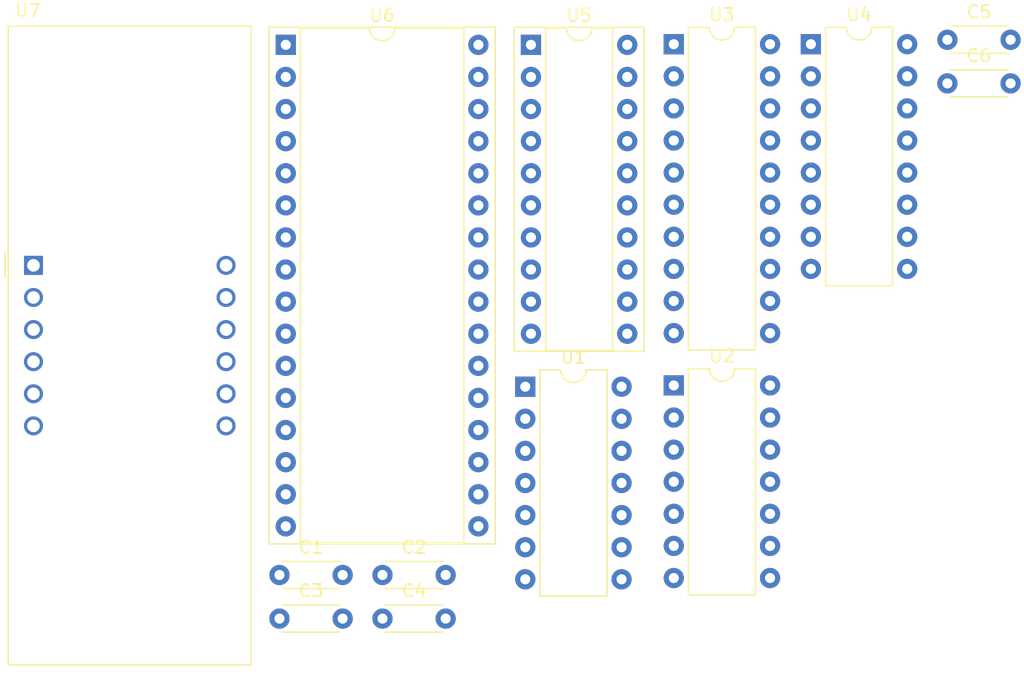
<source format=kicad_pcb>
(kicad_pcb (version 20171130) (host pcbnew "(5.1.0-0)")

  (general
    (thickness 1.6)
    (drawings 0)
    (tracks 0)
    (zones 0)
    (modules 13)
    (nets 61)
  )

  (page A4)
  (layers
    (0 F.Cu signal)
    (31 B.Cu signal)
    (32 B.Adhes user)
    (33 F.Adhes user)
    (34 B.Paste user)
    (35 F.Paste user)
    (36 B.SilkS user)
    (37 F.SilkS user)
    (38 B.Mask user)
    (39 F.Mask user)
    (40 Dwgs.User user)
    (41 Cmts.User user)
    (42 Eco1.User user)
    (43 Eco2.User user)
    (44 Edge.Cuts user)
    (45 Margin user)
    (46 B.CrtYd user)
    (47 F.CrtYd user)
    (48 B.Fab user)
    (49 F.Fab user)
  )

  (setup
    (last_trace_width 0.25)
    (trace_clearance 0.2)
    (zone_clearance 0.508)
    (zone_45_only no)
    (trace_min 0.2)
    (via_size 0.8)
    (via_drill 0.4)
    (via_min_size 0.4)
    (via_min_drill 0.3)
    (uvia_size 0.3)
    (uvia_drill 0.1)
    (uvias_allowed no)
    (uvia_min_size 0.2)
    (uvia_min_drill 0.1)
    (edge_width 0.05)
    (segment_width 0.2)
    (pcb_text_width 0.3)
    (pcb_text_size 1.5 1.5)
    (mod_edge_width 0.12)
    (mod_text_size 1 1)
    (mod_text_width 0.15)
    (pad_size 1.524 1.524)
    (pad_drill 0.762)
    (pad_to_mask_clearance 0.051)
    (solder_mask_min_width 0.25)
    (aux_axis_origin 0 0)
    (visible_elements FFFFFF7F)
    (pcbplotparams
      (layerselection 0x010fc_ffffffff)
      (usegerberextensions false)
      (usegerberattributes false)
      (usegerberadvancedattributes false)
      (creategerberjobfile false)
      (excludeedgelayer true)
      (linewidth 0.100000)
      (plotframeref false)
      (viasonmask false)
      (mode 1)
      (useauxorigin false)
      (hpglpennumber 1)
      (hpglpenspeed 20)
      (hpglpendiameter 15.000000)
      (psnegative false)
      (psa4output false)
      (plotreference true)
      (plotvalue true)
      (plotinvisibletext false)
      (padsonsilk false)
      (subtractmaskfromsilk false)
      (outputformat 1)
      (mirror false)
      (drillshape 1)
      (scaleselection 1)
      (outputdirectory ""))
  )

  (net 0 "")
  (net 1 GND)
  (net 2 VCC)
  (net 3 "Net-(U1-Pad13)")
  (net 4 "Net-(U1-Pad12)")
  (net 5 "Net-(U1-Pad11)")
  (net 6 "Net-(U1-Pad4)")
  (net 7 "Net-(U1-Pad10)")
  (net 8 "Net-(U1-Pad3)")
  (net 9 "Net-(U1-Pad9)")
  (net 10 "Net-(U1-Pad8)")
  (net 11 FixedRateClock)
  (net 12 "Net-(U2-Pad13)")
  (net 13 "Net-(U2-Pad6)")
  (net 14 "Net-(U2-Pad12)")
  (net 15 ~MO)
  (net 16 "Net-(U2-Pad11)")
  (net 17 DeviceSelect1)
  (net 18 "Net-(U2-Pad10)")
  (net 19 "Net-(U2-Pad3)")
  (net 20 "Net-(U2-Pad9)")
  (net 21 "Net-(U2-Pad8)")
  (net 22 ~MI)
  (net 23 /Out7)
  (net 24 /Out3)
  (net 25 DataBus7)
  (net 26 DataBus3)
  (net 27 DataBus6)
  (net 28 DataBus2)
  (net 29 /Out6)
  (net 30 /Out2)
  (net 31 /Out5)
  (net 32 /Out1)
  (net 33 DataBus5)
  (net 34 DataBus1)
  (net 35 DataBus4)
  (net 36 DataBus0)
  (net 37 /Out4)
  (net 38 /Out0)
  (net 39 RegisterClock)
  (net 40 "Net-(U4-Pad15)")
  (net 41 "Net-(U4-Pad7)")
  (net 42 "Net-(U4-Pad14)")
  (net 43 "Net-(U4-Pad6)")
  (net 44 "Net-(U4-Pad13)")
  (net 45 "Net-(U4-Pad5)")
  (net 46 "Net-(U4-Pad12)")
  (net 47 "Net-(U4-Pad4)")
  (net 48 "Net-(U4-Pad11)")
  (net 49 "Net-(U4-Pad10)")
  (net 50 "Net-(U4-Pad9)")
  (net 51 "Net-(U6-Pad15)")
  (net 52 "Net-(U6-Pad30)")
  (net 53 "Net-(U6-Pad14)")
  (net 54 "Net-(U6-Pad13)")
  (net 55 "Net-(U6-Pad21)")
  (net 56 "Net-(U6-Pad20)")
  (net 57 "Net-(U6-Pad19)")
  (net 58 "Net-(U6-Pad18)")
  (net 59 "Net-(U6-Pad17)")
  (net 60 "Net-(U6-Pad1)")

  (net_class Default "This is the default net class."
    (clearance 0.2)
    (trace_width 0.25)
    (via_dia 0.8)
    (via_drill 0.4)
    (uvia_dia 0.3)
    (uvia_drill 0.1)
    (add_net /Out0)
    (add_net /Out1)
    (add_net /Out2)
    (add_net /Out3)
    (add_net /Out4)
    (add_net /Out5)
    (add_net /Out6)
    (add_net /Out7)
    (add_net DataBus0)
    (add_net DataBus1)
    (add_net DataBus2)
    (add_net DataBus3)
    (add_net DataBus4)
    (add_net DataBus5)
    (add_net DataBus6)
    (add_net DataBus7)
    (add_net DeviceSelect1)
    (add_net FixedRateClock)
    (add_net GND)
    (add_net "Net-(U1-Pad10)")
    (add_net "Net-(U1-Pad11)")
    (add_net "Net-(U1-Pad12)")
    (add_net "Net-(U1-Pad13)")
    (add_net "Net-(U1-Pad3)")
    (add_net "Net-(U1-Pad4)")
    (add_net "Net-(U1-Pad8)")
    (add_net "Net-(U1-Pad9)")
    (add_net "Net-(U2-Pad10)")
    (add_net "Net-(U2-Pad11)")
    (add_net "Net-(U2-Pad12)")
    (add_net "Net-(U2-Pad13)")
    (add_net "Net-(U2-Pad3)")
    (add_net "Net-(U2-Pad6)")
    (add_net "Net-(U2-Pad8)")
    (add_net "Net-(U2-Pad9)")
    (add_net "Net-(U4-Pad10)")
    (add_net "Net-(U4-Pad11)")
    (add_net "Net-(U4-Pad12)")
    (add_net "Net-(U4-Pad13)")
    (add_net "Net-(U4-Pad14)")
    (add_net "Net-(U4-Pad15)")
    (add_net "Net-(U4-Pad4)")
    (add_net "Net-(U4-Pad5)")
    (add_net "Net-(U4-Pad6)")
    (add_net "Net-(U4-Pad7)")
    (add_net "Net-(U4-Pad9)")
    (add_net "Net-(U6-Pad1)")
    (add_net "Net-(U6-Pad13)")
    (add_net "Net-(U6-Pad14)")
    (add_net "Net-(U6-Pad15)")
    (add_net "Net-(U6-Pad17)")
    (add_net "Net-(U6-Pad18)")
    (add_net "Net-(U6-Pad19)")
    (add_net "Net-(U6-Pad20)")
    (add_net "Net-(U6-Pad21)")
    (add_net "Net-(U6-Pad30)")
    (add_net RegisterClock)
    (add_net VCC)
    (add_net ~MI)
    (add_net ~MO)
  )

  (module Display_7Segment:CA56-12CGKWA (layer F.Cu) (tedit 5A02FE84) (tstamp 5D958ABE)
    (at 115.282 82.18)
    (descr "4 digit 7 segment green LED, http://www.kingbright.com/attachments/file/psearch/000/00/00/CA56-12CGKWA(Ver.9A).pdf")
    (tags "4 digit 7 segment green LED")
    (path /5D2A69C6)
    (fp_text reference U7 (at -0.44 -20.15) (layer F.SilkS)
      (effects (font (size 1 1) (thickness 0.15)))
    )
    (fp_text value CC56-12CGKWA (at 3.5 32.92) (layer F.Fab)
      (effects (font (size 1 1) (thickness 0.15)))
    )
    (fp_text user %R (at 8.128 6.604) (layer F.Fab)
      (effects (font (size 1 1) (thickness 0.15)))
    )
    (fp_line (start -1.88 1) (end -1.88 31.5) (layer F.Fab) (width 0.1))
    (fp_line (start -1.88 31.5) (end 17.12 31.5) (layer F.Fab) (width 0.1))
    (fp_line (start 17.12 -18.8) (end 17.12 31.5) (layer F.Fab) (width 0.1))
    (fp_line (start -1.88 -18.8) (end 17.12 -18.8) (layer F.Fab) (width 0.1))
    (fp_line (start -2.25 -1) (end -2.25 1) (layer F.SilkS) (width 0.12))
    (fp_line (start -2.13 31.75) (end -2.13 -19.05) (layer F.CrtYd) (width 0.05))
    (fp_line (start 17.37 31.75) (end -2.13 31.75) (layer F.CrtYd) (width 0.05))
    (fp_line (start 17.37 -19.05) (end 17.37 31.75) (layer F.CrtYd) (width 0.05))
    (fp_line (start -2.13 -19.05) (end 17.37 -19.05) (layer F.CrtYd) (width 0.05))
    (fp_line (start -1.88 -1) (end -1.88 -18.8) (layer F.Fab) (width 0.1))
    (fp_line (start -0.88 0) (end -1.88 -1) (layer F.Fab) (width 0.1))
    (fp_line (start -1.88 1) (end -0.88 0) (layer F.Fab) (width 0.1))
    (fp_line (start 17.24 31.62) (end 17.24 -18.92) (layer F.SilkS) (width 0.12))
    (fp_line (start -2 31.62) (end 17.24 31.62) (layer F.SilkS) (width 0.12))
    (fp_line (start -2 -18.92) (end -2 31.62) (layer F.SilkS) (width 0.12))
    (fp_line (start -2 -18.92) (end 17.24 -18.92) (layer F.SilkS) (width 0.12))
    (pad 12 thru_hole circle (at 15.24 0) (size 1.5 1.5) (drill 1) (layers *.Cu *.Mask)
      (net 41 "Net-(U4-Pad7)"))
    (pad 11 thru_hole circle (at 15.24 2.54) (size 1.5 1.5) (drill 1) (layers *.Cu *.Mask)
      (net 56 "Net-(U6-Pad20)"))
    (pad 10 thru_hole circle (at 15.24 5.08) (size 1.5 1.5) (drill 1) (layers *.Cu *.Mask)
      (net 53 "Net-(U6-Pad14)"))
    (pad 9 thru_hole circle (at 15.24 7.62) (size 1.5 1.5) (drill 1) (layers *.Cu *.Mask)
      (net 43 "Net-(U4-Pad6)"))
    (pad 8 thru_hole circle (at 15.24 10.16) (size 1.5 1.5) (drill 1) (layers *.Cu *.Mask)
      (net 45 "Net-(U4-Pad5)"))
    (pad 7 thru_hole circle (at 15.24 12.7) (size 1.5 1.5) (drill 1) (layers *.Cu *.Mask)
      (net 57 "Net-(U6-Pad19)"))
    (pad 6 thru_hole circle (at 0 12.7) (size 1.5 1.5) (drill 1) (layers *.Cu *.Mask)
      (net 47 "Net-(U4-Pad4)"))
    (pad 5 thru_hole circle (at 0 10.16) (size 1.5 1.5) (drill 1) (layers *.Cu *.Mask)
      (net 54 "Net-(U6-Pad13)"))
    (pad 4 thru_hole circle (at 0 7.62) (size 1.5 1.5) (drill 1) (layers *.Cu *.Mask)
      (net 58 "Net-(U6-Pad18)"))
    (pad 3 thru_hole circle (at 0 5.08) (size 1.5 1.5) (drill 1) (layers *.Cu *.Mask)
      (net 55 "Net-(U6-Pad21)"))
    (pad 2 thru_hole circle (at 0 2.54) (size 1.5 1.5) (drill 1) (layers *.Cu *.Mask)
      (net 59 "Net-(U6-Pad17)"))
    (pad 1 thru_hole rect (at 0 0) (size 1.5 1.5) (drill 1) (layers *.Cu *.Mask)
      (net 51 "Net-(U6-Pad15)"))
    (model ${KISYS3DMOD}/Display_7Segment.3dshapes/CA56-12CGKWA.wrl
      (at (xyz 0 0 0))
      (scale (xyz 1 1 1))
      (rotate (xyz 0 0 0))
    )
  )

  (module Package_DIP:DIP-32_W15.24mm_Socket (layer F.Cu) (tedit 5A02E8C5) (tstamp 5D958A9D)
    (at 135.247 64.73)
    (descr "32-lead though-hole mounted DIP package, row spacing 15.24 mm (600 mils), Socket")
    (tags "THT DIP DIL PDIP 2.54mm 15.24mm 600mil Socket")
    (path /5D2AC6ED)
    (fp_text reference U6 (at 7.62 -2.33) (layer F.SilkS)
      (effects (font (size 1 1) (thickness 0.15)))
    )
    (fp_text value GLS29EE010 (at 7.62 40.43) (layer F.Fab)
      (effects (font (size 1 1) (thickness 0.15)))
    )
    (fp_text user %R (at 7.62 19.05) (layer F.Fab)
      (effects (font (size 1 1) (thickness 0.15)))
    )
    (fp_line (start 16.8 -1.6) (end -1.55 -1.6) (layer F.CrtYd) (width 0.05))
    (fp_line (start 16.8 39.7) (end 16.8 -1.6) (layer F.CrtYd) (width 0.05))
    (fp_line (start -1.55 39.7) (end 16.8 39.7) (layer F.CrtYd) (width 0.05))
    (fp_line (start -1.55 -1.6) (end -1.55 39.7) (layer F.CrtYd) (width 0.05))
    (fp_line (start 16.57 -1.39) (end -1.33 -1.39) (layer F.SilkS) (width 0.12))
    (fp_line (start 16.57 39.49) (end 16.57 -1.39) (layer F.SilkS) (width 0.12))
    (fp_line (start -1.33 39.49) (end 16.57 39.49) (layer F.SilkS) (width 0.12))
    (fp_line (start -1.33 -1.39) (end -1.33 39.49) (layer F.SilkS) (width 0.12))
    (fp_line (start 14.08 -1.33) (end 8.62 -1.33) (layer F.SilkS) (width 0.12))
    (fp_line (start 14.08 39.43) (end 14.08 -1.33) (layer F.SilkS) (width 0.12))
    (fp_line (start 1.16 39.43) (end 14.08 39.43) (layer F.SilkS) (width 0.12))
    (fp_line (start 1.16 -1.33) (end 1.16 39.43) (layer F.SilkS) (width 0.12))
    (fp_line (start 6.62 -1.33) (end 1.16 -1.33) (layer F.SilkS) (width 0.12))
    (fp_line (start 16.51 -1.33) (end -1.27 -1.33) (layer F.Fab) (width 0.1))
    (fp_line (start 16.51 39.43) (end 16.51 -1.33) (layer F.Fab) (width 0.1))
    (fp_line (start -1.27 39.43) (end 16.51 39.43) (layer F.Fab) (width 0.1))
    (fp_line (start -1.27 -1.33) (end -1.27 39.43) (layer F.Fab) (width 0.1))
    (fp_line (start 0.255 -0.27) (end 1.255 -1.27) (layer F.Fab) (width 0.1))
    (fp_line (start 0.255 39.37) (end 0.255 -0.27) (layer F.Fab) (width 0.1))
    (fp_line (start 14.985 39.37) (end 0.255 39.37) (layer F.Fab) (width 0.1))
    (fp_line (start 14.985 -1.27) (end 14.985 39.37) (layer F.Fab) (width 0.1))
    (fp_line (start 1.255 -1.27) (end 14.985 -1.27) (layer F.Fab) (width 0.1))
    (fp_arc (start 7.62 -1.33) (end 6.62 -1.33) (angle -180) (layer F.SilkS) (width 0.12))
    (pad 32 thru_hole oval (at 15.24 0) (size 1.6 1.6) (drill 0.8) (layers *.Cu *.Mask)
      (net 2 VCC))
    (pad 16 thru_hole oval (at 0 38.1) (size 1.6 1.6) (drill 0.8) (layers *.Cu *.Mask)
      (net 1 GND))
    (pad 31 thru_hole oval (at 15.24 2.54) (size 1.6 1.6) (drill 0.8) (layers *.Cu *.Mask)
      (net 2 VCC))
    (pad 15 thru_hole oval (at 0 35.56) (size 1.6 1.6) (drill 0.8) (layers *.Cu *.Mask)
      (net 51 "Net-(U6-Pad15)"))
    (pad 30 thru_hole oval (at 15.24 5.08) (size 1.6 1.6) (drill 0.8) (layers *.Cu *.Mask)
      (net 52 "Net-(U6-Pad30)"))
    (pad 14 thru_hole oval (at 0 33.02) (size 1.6 1.6) (drill 0.8) (layers *.Cu *.Mask)
      (net 53 "Net-(U6-Pad14)"))
    (pad 29 thru_hole oval (at 15.24 7.62) (size 1.6 1.6) (drill 0.8) (layers *.Cu *.Mask)
      (net 1 GND))
    (pad 13 thru_hole oval (at 0 30.48) (size 1.6 1.6) (drill 0.8) (layers *.Cu *.Mask)
      (net 54 "Net-(U6-Pad13)"))
    (pad 28 thru_hole oval (at 15.24 10.16) (size 1.6 1.6) (drill 0.8) (layers *.Cu *.Mask)
      (net 1 GND))
    (pad 12 thru_hole oval (at 0 27.94) (size 1.6 1.6) (drill 0.8) (layers *.Cu *.Mask)
      (net 38 /Out0))
    (pad 27 thru_hole oval (at 15.24 12.7) (size 1.6 1.6) (drill 0.8) (layers *.Cu *.Mask)
      (net 1 GND))
    (pad 11 thru_hole oval (at 0 25.4) (size 1.6 1.6) (drill 0.8) (layers *.Cu *.Mask)
      (net 32 /Out1))
    (pad 26 thru_hole oval (at 15.24 15.24) (size 1.6 1.6) (drill 0.8) (layers *.Cu *.Mask)
      (net 1 GND))
    (pad 10 thru_hole oval (at 0 22.86) (size 1.6 1.6) (drill 0.8) (layers *.Cu *.Mask)
      (net 30 /Out2))
    (pad 25 thru_hole oval (at 15.24 17.78) (size 1.6 1.6) (drill 0.8) (layers *.Cu *.Mask)
      (net 1 GND))
    (pad 9 thru_hole oval (at 0 20.32) (size 1.6 1.6) (drill 0.8) (layers *.Cu *.Mask)
      (net 24 /Out3))
    (pad 24 thru_hole oval (at 15.24 20.32) (size 1.6 1.6) (drill 0.8) (layers *.Cu *.Mask)
      (net 1 GND))
    (pad 8 thru_hole oval (at 0 17.78) (size 1.6 1.6) (drill 0.8) (layers *.Cu *.Mask)
      (net 37 /Out4))
    (pad 23 thru_hole oval (at 15.24 22.86) (size 1.6 1.6) (drill 0.8) (layers *.Cu *.Mask)
      (net 1 GND))
    (pad 7 thru_hole oval (at 0 15.24) (size 1.6 1.6) (drill 0.8) (layers *.Cu *.Mask)
      (net 31 /Out5))
    (pad 22 thru_hole oval (at 15.24 25.4) (size 1.6 1.6) (drill 0.8) (layers *.Cu *.Mask)
      (net 1 GND))
    (pad 6 thru_hole oval (at 0 12.7) (size 1.6 1.6) (drill 0.8) (layers *.Cu *.Mask)
      (net 29 /Out6))
    (pad 21 thru_hole oval (at 15.24 27.94) (size 1.6 1.6) (drill 0.8) (layers *.Cu *.Mask)
      (net 55 "Net-(U6-Pad21)"))
    (pad 5 thru_hole oval (at 0 10.16) (size 1.6 1.6) (drill 0.8) (layers *.Cu *.Mask)
      (net 23 /Out7))
    (pad 20 thru_hole oval (at 15.24 30.48) (size 1.6 1.6) (drill 0.8) (layers *.Cu *.Mask)
      (net 56 "Net-(U6-Pad20)"))
    (pad 4 thru_hole oval (at 0 7.62) (size 1.6 1.6) (drill 0.8) (layers *.Cu *.Mask)
      (net 1 GND))
    (pad 19 thru_hole oval (at 15.24 33.02) (size 1.6 1.6) (drill 0.8) (layers *.Cu *.Mask)
      (net 57 "Net-(U6-Pad19)"))
    (pad 3 thru_hole oval (at 0 5.08) (size 1.6 1.6) (drill 0.8) (layers *.Cu *.Mask)
      (net 1 GND))
    (pad 18 thru_hole oval (at 15.24 35.56) (size 1.6 1.6) (drill 0.8) (layers *.Cu *.Mask)
      (net 58 "Net-(U6-Pad18)"))
    (pad 2 thru_hole oval (at 0 2.54) (size 1.6 1.6) (drill 0.8) (layers *.Cu *.Mask)
      (net 1 GND))
    (pad 17 thru_hole oval (at 15.24 38.1) (size 1.6 1.6) (drill 0.8) (layers *.Cu *.Mask)
      (net 59 "Net-(U6-Pad17)"))
    (pad 1 thru_hole rect (at 0 0) (size 1.6 1.6) (drill 0.8) (layers *.Cu *.Mask)
      (net 60 "Net-(U6-Pad1)"))
    (model ${KISYS3DMOD}/Package_DIP.3dshapes/DIP-32_W15.24mm_Socket.wrl
      (at (xyz 0 0 0))
      (scale (xyz 1 1 1))
      (rotate (xyz 0 0 0))
    )
  )

  (module Package_DIP:DIP-20_W7.62mm_Socket (layer F.Cu) (tedit 5A02E8C5) (tstamp 5D958A61)
    (at 154.647 64.73)
    (descr "20-lead though-hole mounted DIP package, row spacing 7.62 mm (300 mils), Socket")
    (tags "THT DIP DIL PDIP 2.54mm 7.62mm 300mil Socket")
    (path /5DF2BBE9)
    (fp_text reference U5 (at 3.81 -2.33) (layer F.SilkS)
      (effects (font (size 1 1) (thickness 0.15)))
    )
    (fp_text value 74LS245 (at 3.81 25.19) (layer F.Fab)
      (effects (font (size 1 1) (thickness 0.15)))
    )
    (fp_text user %R (at 3.81 11.43) (layer F.Fab)
      (effects (font (size 1 1) (thickness 0.15)))
    )
    (fp_line (start 9.15 -1.6) (end -1.55 -1.6) (layer F.CrtYd) (width 0.05))
    (fp_line (start 9.15 24.45) (end 9.15 -1.6) (layer F.CrtYd) (width 0.05))
    (fp_line (start -1.55 24.45) (end 9.15 24.45) (layer F.CrtYd) (width 0.05))
    (fp_line (start -1.55 -1.6) (end -1.55 24.45) (layer F.CrtYd) (width 0.05))
    (fp_line (start 8.95 -1.39) (end -1.33 -1.39) (layer F.SilkS) (width 0.12))
    (fp_line (start 8.95 24.25) (end 8.95 -1.39) (layer F.SilkS) (width 0.12))
    (fp_line (start -1.33 24.25) (end 8.95 24.25) (layer F.SilkS) (width 0.12))
    (fp_line (start -1.33 -1.39) (end -1.33 24.25) (layer F.SilkS) (width 0.12))
    (fp_line (start 6.46 -1.33) (end 4.81 -1.33) (layer F.SilkS) (width 0.12))
    (fp_line (start 6.46 24.19) (end 6.46 -1.33) (layer F.SilkS) (width 0.12))
    (fp_line (start 1.16 24.19) (end 6.46 24.19) (layer F.SilkS) (width 0.12))
    (fp_line (start 1.16 -1.33) (end 1.16 24.19) (layer F.SilkS) (width 0.12))
    (fp_line (start 2.81 -1.33) (end 1.16 -1.33) (layer F.SilkS) (width 0.12))
    (fp_line (start 8.89 -1.33) (end -1.27 -1.33) (layer F.Fab) (width 0.1))
    (fp_line (start 8.89 24.19) (end 8.89 -1.33) (layer F.Fab) (width 0.1))
    (fp_line (start -1.27 24.19) (end 8.89 24.19) (layer F.Fab) (width 0.1))
    (fp_line (start -1.27 -1.33) (end -1.27 24.19) (layer F.Fab) (width 0.1))
    (fp_line (start 0.635 -0.27) (end 1.635 -1.27) (layer F.Fab) (width 0.1))
    (fp_line (start 0.635 24.13) (end 0.635 -0.27) (layer F.Fab) (width 0.1))
    (fp_line (start 6.985 24.13) (end 0.635 24.13) (layer F.Fab) (width 0.1))
    (fp_line (start 6.985 -1.27) (end 6.985 24.13) (layer F.Fab) (width 0.1))
    (fp_line (start 1.635 -1.27) (end 6.985 -1.27) (layer F.Fab) (width 0.1))
    (fp_arc (start 3.81 -1.33) (end 2.81 -1.33) (angle -180) (layer F.SilkS) (width 0.12))
    (pad 20 thru_hole oval (at 7.62 0) (size 1.6 1.6) (drill 0.8) (layers *.Cu *.Mask)
      (net 2 VCC))
    (pad 10 thru_hole oval (at 0 22.86) (size 1.6 1.6) (drill 0.8) (layers *.Cu *.Mask)
      (net 1 GND))
    (pad 19 thru_hole oval (at 7.62 2.54) (size 1.6 1.6) (drill 0.8) (layers *.Cu *.Mask)
      (net 13 "Net-(U2-Pad6)"))
    (pad 9 thru_hole oval (at 0 20.32) (size 1.6 1.6) (drill 0.8) (layers *.Cu *.Mask)
      (net 23 /Out7))
    (pad 18 thru_hole oval (at 7.62 5.08) (size 1.6 1.6) (drill 0.8) (layers *.Cu *.Mask)
      (net 36 DataBus0))
    (pad 8 thru_hole oval (at 0 17.78) (size 1.6 1.6) (drill 0.8) (layers *.Cu *.Mask)
      (net 29 /Out6))
    (pad 17 thru_hole oval (at 7.62 7.62) (size 1.6 1.6) (drill 0.8) (layers *.Cu *.Mask)
      (net 34 DataBus1))
    (pad 7 thru_hole oval (at 0 15.24) (size 1.6 1.6) (drill 0.8) (layers *.Cu *.Mask)
      (net 31 /Out5))
    (pad 16 thru_hole oval (at 7.62 10.16) (size 1.6 1.6) (drill 0.8) (layers *.Cu *.Mask)
      (net 28 DataBus2))
    (pad 6 thru_hole oval (at 0 12.7) (size 1.6 1.6) (drill 0.8) (layers *.Cu *.Mask)
      (net 37 /Out4))
    (pad 15 thru_hole oval (at 7.62 12.7) (size 1.6 1.6) (drill 0.8) (layers *.Cu *.Mask)
      (net 26 DataBus3))
    (pad 5 thru_hole oval (at 0 10.16) (size 1.6 1.6) (drill 0.8) (layers *.Cu *.Mask)
      (net 24 /Out3))
    (pad 14 thru_hole oval (at 7.62 15.24) (size 1.6 1.6) (drill 0.8) (layers *.Cu *.Mask)
      (net 35 DataBus4))
    (pad 4 thru_hole oval (at 0 7.62) (size 1.6 1.6) (drill 0.8) (layers *.Cu *.Mask)
      (net 30 /Out2))
    (pad 13 thru_hole oval (at 7.62 17.78) (size 1.6 1.6) (drill 0.8) (layers *.Cu *.Mask)
      (net 33 DataBus5))
    (pad 3 thru_hole oval (at 0 5.08) (size 1.6 1.6) (drill 0.8) (layers *.Cu *.Mask)
      (net 32 /Out1))
    (pad 12 thru_hole oval (at 7.62 20.32) (size 1.6 1.6) (drill 0.8) (layers *.Cu *.Mask)
      (net 27 DataBus6))
    (pad 2 thru_hole oval (at 0 2.54) (size 1.6 1.6) (drill 0.8) (layers *.Cu *.Mask)
      (net 38 /Out0))
    (pad 11 thru_hole oval (at 7.62 22.86) (size 1.6 1.6) (drill 0.8) (layers *.Cu *.Mask)
      (net 25 DataBus7))
    (pad 1 thru_hole rect (at 0 0) (size 1.6 1.6) (drill 0.8) (layers *.Cu *.Mask)
      (net 2 VCC))
    (model ${KISYS3DMOD}/Package_DIP.3dshapes/DIP-20_W7.62mm_Socket.wrl
      (at (xyz 0 0 0))
      (scale (xyz 1 1 1))
      (rotate (xyz 0 0 0))
    )
  )

  (module Package_DIP:DIP-16_W7.62mm (layer F.Cu) (tedit 5A02E8C5) (tstamp 5D958A31)
    (at 176.797 64.68)
    (descr "16-lead though-hole mounted DIP package, row spacing 7.62 mm (300 mils)")
    (tags "THT DIP DIL PDIP 2.54mm 7.62mm 300mil")
    (path /5D2AA07C)
    (fp_text reference U4 (at 3.81 -2.33) (layer F.SilkS)
      (effects (font (size 1 1) (thickness 0.15)))
    )
    (fp_text value 74LS139 (at 3.81 20.11) (layer F.Fab)
      (effects (font (size 1 1) (thickness 0.15)))
    )
    (fp_text user %R (at 3.81 8.89) (layer F.Fab)
      (effects (font (size 1 1) (thickness 0.15)))
    )
    (fp_line (start 8.7 -1.55) (end -1.1 -1.55) (layer F.CrtYd) (width 0.05))
    (fp_line (start 8.7 19.3) (end 8.7 -1.55) (layer F.CrtYd) (width 0.05))
    (fp_line (start -1.1 19.3) (end 8.7 19.3) (layer F.CrtYd) (width 0.05))
    (fp_line (start -1.1 -1.55) (end -1.1 19.3) (layer F.CrtYd) (width 0.05))
    (fp_line (start 6.46 -1.33) (end 4.81 -1.33) (layer F.SilkS) (width 0.12))
    (fp_line (start 6.46 19.11) (end 6.46 -1.33) (layer F.SilkS) (width 0.12))
    (fp_line (start 1.16 19.11) (end 6.46 19.11) (layer F.SilkS) (width 0.12))
    (fp_line (start 1.16 -1.33) (end 1.16 19.11) (layer F.SilkS) (width 0.12))
    (fp_line (start 2.81 -1.33) (end 1.16 -1.33) (layer F.SilkS) (width 0.12))
    (fp_line (start 0.635 -0.27) (end 1.635 -1.27) (layer F.Fab) (width 0.1))
    (fp_line (start 0.635 19.05) (end 0.635 -0.27) (layer F.Fab) (width 0.1))
    (fp_line (start 6.985 19.05) (end 0.635 19.05) (layer F.Fab) (width 0.1))
    (fp_line (start 6.985 -1.27) (end 6.985 19.05) (layer F.Fab) (width 0.1))
    (fp_line (start 1.635 -1.27) (end 6.985 -1.27) (layer F.Fab) (width 0.1))
    (fp_arc (start 3.81 -1.33) (end 2.81 -1.33) (angle -180) (layer F.SilkS) (width 0.12))
    (pad 16 thru_hole oval (at 7.62 0) (size 1.6 1.6) (drill 0.8) (layers *.Cu *.Mask))
    (pad 8 thru_hole oval (at 0 17.78) (size 1.6 1.6) (drill 0.8) (layers *.Cu *.Mask))
    (pad 15 thru_hole oval (at 7.62 2.54) (size 1.6 1.6) (drill 0.8) (layers *.Cu *.Mask)
      (net 40 "Net-(U4-Pad15)"))
    (pad 7 thru_hole oval (at 0 15.24) (size 1.6 1.6) (drill 0.8) (layers *.Cu *.Mask)
      (net 41 "Net-(U4-Pad7)"))
    (pad 14 thru_hole oval (at 7.62 5.08) (size 1.6 1.6) (drill 0.8) (layers *.Cu *.Mask)
      (net 42 "Net-(U4-Pad14)"))
    (pad 6 thru_hole oval (at 0 12.7) (size 1.6 1.6) (drill 0.8) (layers *.Cu *.Mask)
      (net 43 "Net-(U4-Pad6)"))
    (pad 13 thru_hole oval (at 7.62 7.62) (size 1.6 1.6) (drill 0.8) (layers *.Cu *.Mask)
      (net 44 "Net-(U4-Pad13)"))
    (pad 5 thru_hole oval (at 0 10.16) (size 1.6 1.6) (drill 0.8) (layers *.Cu *.Mask)
      (net 45 "Net-(U4-Pad5)"))
    (pad 12 thru_hole oval (at 7.62 10.16) (size 1.6 1.6) (drill 0.8) (layers *.Cu *.Mask)
      (net 46 "Net-(U4-Pad12)"))
    (pad 4 thru_hole oval (at 0 7.62) (size 1.6 1.6) (drill 0.8) (layers *.Cu *.Mask)
      (net 47 "Net-(U4-Pad4)"))
    (pad 11 thru_hole oval (at 7.62 12.7) (size 1.6 1.6) (drill 0.8) (layers *.Cu *.Mask)
      (net 48 "Net-(U4-Pad11)"))
    (pad 3 thru_hole oval (at 0 5.08) (size 1.6 1.6) (drill 0.8) (layers *.Cu *.Mask)
      (net 6 "Net-(U1-Pad4)"))
    (pad 10 thru_hole oval (at 7.62 15.24) (size 1.6 1.6) (drill 0.8) (layers *.Cu *.Mask)
      (net 49 "Net-(U4-Pad10)"))
    (pad 2 thru_hole oval (at 0 2.54) (size 1.6 1.6) (drill 0.8) (layers *.Cu *.Mask)
      (net 8 "Net-(U1-Pad3)"))
    (pad 9 thru_hole oval (at 7.62 17.78) (size 1.6 1.6) (drill 0.8) (layers *.Cu *.Mask)
      (net 50 "Net-(U4-Pad9)"))
    (pad 1 thru_hole rect (at 0 0) (size 1.6 1.6) (drill 0.8) (layers *.Cu *.Mask)
      (net 1 GND))
    (model ${KISYS3DMOD}/Package_DIP.3dshapes/DIP-16_W7.62mm.wrl
      (at (xyz 0 0 0))
      (scale (xyz 1 1 1))
      (rotate (xyz 0 0 0))
    )
  )

  (module Package_DIP:DIP-20_W7.62mm (layer F.Cu) (tedit 5A02E8C5) (tstamp 5D958A0D)
    (at 165.947 64.68)
    (descr "20-lead though-hole mounted DIP package, row spacing 7.62 mm (300 mils)")
    (tags "THT DIP DIL PDIP 2.54mm 7.62mm 300mil")
    (path /5DF2BBF5)
    (fp_text reference U3 (at 3.81 -2.33) (layer F.SilkS)
      (effects (font (size 1 1) (thickness 0.15)))
    )
    (fp_text value 74F377 (at 3.81 25.19) (layer F.Fab)
      (effects (font (size 1 1) (thickness 0.15)))
    )
    (fp_text user %R (at 3.81 11.43) (layer F.Fab)
      (effects (font (size 1 1) (thickness 0.15)))
    )
    (fp_line (start 8.7 -1.55) (end -1.1 -1.55) (layer F.CrtYd) (width 0.05))
    (fp_line (start 8.7 24.4) (end 8.7 -1.55) (layer F.CrtYd) (width 0.05))
    (fp_line (start -1.1 24.4) (end 8.7 24.4) (layer F.CrtYd) (width 0.05))
    (fp_line (start -1.1 -1.55) (end -1.1 24.4) (layer F.CrtYd) (width 0.05))
    (fp_line (start 6.46 -1.33) (end 4.81 -1.33) (layer F.SilkS) (width 0.12))
    (fp_line (start 6.46 24.19) (end 6.46 -1.33) (layer F.SilkS) (width 0.12))
    (fp_line (start 1.16 24.19) (end 6.46 24.19) (layer F.SilkS) (width 0.12))
    (fp_line (start 1.16 -1.33) (end 1.16 24.19) (layer F.SilkS) (width 0.12))
    (fp_line (start 2.81 -1.33) (end 1.16 -1.33) (layer F.SilkS) (width 0.12))
    (fp_line (start 0.635 -0.27) (end 1.635 -1.27) (layer F.Fab) (width 0.1))
    (fp_line (start 0.635 24.13) (end 0.635 -0.27) (layer F.Fab) (width 0.1))
    (fp_line (start 6.985 24.13) (end 0.635 24.13) (layer F.Fab) (width 0.1))
    (fp_line (start 6.985 -1.27) (end 6.985 24.13) (layer F.Fab) (width 0.1))
    (fp_line (start 1.635 -1.27) (end 6.985 -1.27) (layer F.Fab) (width 0.1))
    (fp_arc (start 3.81 -1.33) (end 2.81 -1.33) (angle -180) (layer F.SilkS) (width 0.12))
    (pad 20 thru_hole oval (at 7.62 0) (size 1.6 1.6) (drill 0.8) (layers *.Cu *.Mask)
      (net 2 VCC))
    (pad 10 thru_hole oval (at 0 22.86) (size 1.6 1.6) (drill 0.8) (layers *.Cu *.Mask)
      (net 1 GND))
    (pad 19 thru_hole oval (at 7.62 2.54) (size 1.6 1.6) (drill 0.8) (layers *.Cu *.Mask)
      (net 23 /Out7))
    (pad 9 thru_hole oval (at 0 20.32) (size 1.6 1.6) (drill 0.8) (layers *.Cu *.Mask)
      (net 24 /Out3))
    (pad 18 thru_hole oval (at 7.62 5.08) (size 1.6 1.6) (drill 0.8) (layers *.Cu *.Mask)
      (net 25 DataBus7))
    (pad 8 thru_hole oval (at 0 17.78) (size 1.6 1.6) (drill 0.8) (layers *.Cu *.Mask)
      (net 26 DataBus3))
    (pad 17 thru_hole oval (at 7.62 7.62) (size 1.6 1.6) (drill 0.8) (layers *.Cu *.Mask)
      (net 27 DataBus6))
    (pad 7 thru_hole oval (at 0 15.24) (size 1.6 1.6) (drill 0.8) (layers *.Cu *.Mask)
      (net 28 DataBus2))
    (pad 16 thru_hole oval (at 7.62 10.16) (size 1.6 1.6) (drill 0.8) (layers *.Cu *.Mask)
      (net 29 /Out6))
    (pad 6 thru_hole oval (at 0 12.7) (size 1.6 1.6) (drill 0.8) (layers *.Cu *.Mask)
      (net 30 /Out2))
    (pad 15 thru_hole oval (at 7.62 12.7) (size 1.6 1.6) (drill 0.8) (layers *.Cu *.Mask)
      (net 31 /Out5))
    (pad 5 thru_hole oval (at 0 10.16) (size 1.6 1.6) (drill 0.8) (layers *.Cu *.Mask)
      (net 32 /Out1))
    (pad 14 thru_hole oval (at 7.62 15.24) (size 1.6 1.6) (drill 0.8) (layers *.Cu *.Mask)
      (net 33 DataBus5))
    (pad 4 thru_hole oval (at 0 7.62) (size 1.6 1.6) (drill 0.8) (layers *.Cu *.Mask)
      (net 34 DataBus1))
    (pad 13 thru_hole oval (at 7.62 17.78) (size 1.6 1.6) (drill 0.8) (layers *.Cu *.Mask)
      (net 35 DataBus4))
    (pad 3 thru_hole oval (at 0 5.08) (size 1.6 1.6) (drill 0.8) (layers *.Cu *.Mask)
      (net 36 DataBus0))
    (pad 12 thru_hole oval (at 7.62 20.32) (size 1.6 1.6) (drill 0.8) (layers *.Cu *.Mask)
      (net 37 /Out4))
    (pad 2 thru_hole oval (at 0 2.54) (size 1.6 1.6) (drill 0.8) (layers *.Cu *.Mask)
      (net 38 /Out0))
    (pad 11 thru_hole oval (at 7.62 22.86) (size 1.6 1.6) (drill 0.8) (layers *.Cu *.Mask)
      (net 39 RegisterClock))
    (pad 1 thru_hole rect (at 0 0) (size 1.6 1.6) (drill 0.8) (layers *.Cu *.Mask)
      (net 19 "Net-(U2-Pad3)"))
    (model ${KISYS3DMOD}/Package_DIP.3dshapes/DIP-20_W7.62mm.wrl
      (at (xyz 0 0 0))
      (scale (xyz 1 1 1))
      (rotate (xyz 0 0 0))
    )
  )

  (module Package_DIP:DIP-14_W7.62mm (layer F.Cu) (tedit 5A02E8C5) (tstamp 5D9589E5)
    (at 165.947 91.68)
    (descr "14-lead though-hole mounted DIP package, row spacing 7.62 mm (300 mils)")
    (tags "THT DIP DIL PDIP 2.54mm 7.62mm 300mil")
    (path /5E0EAE0A)
    (fp_text reference U2 (at 3.81 -2.33) (layer F.SilkS)
      (effects (font (size 1 1) (thickness 0.15)))
    )
    (fp_text value 74LS32 (at 3.81 17.57) (layer F.Fab)
      (effects (font (size 1 1) (thickness 0.15)))
    )
    (fp_text user %R (at 3.81 7.62) (layer F.Fab)
      (effects (font (size 1 1) (thickness 0.15)))
    )
    (fp_line (start 8.7 -1.55) (end -1.1 -1.55) (layer F.CrtYd) (width 0.05))
    (fp_line (start 8.7 16.8) (end 8.7 -1.55) (layer F.CrtYd) (width 0.05))
    (fp_line (start -1.1 16.8) (end 8.7 16.8) (layer F.CrtYd) (width 0.05))
    (fp_line (start -1.1 -1.55) (end -1.1 16.8) (layer F.CrtYd) (width 0.05))
    (fp_line (start 6.46 -1.33) (end 4.81 -1.33) (layer F.SilkS) (width 0.12))
    (fp_line (start 6.46 16.57) (end 6.46 -1.33) (layer F.SilkS) (width 0.12))
    (fp_line (start 1.16 16.57) (end 6.46 16.57) (layer F.SilkS) (width 0.12))
    (fp_line (start 1.16 -1.33) (end 1.16 16.57) (layer F.SilkS) (width 0.12))
    (fp_line (start 2.81 -1.33) (end 1.16 -1.33) (layer F.SilkS) (width 0.12))
    (fp_line (start 0.635 -0.27) (end 1.635 -1.27) (layer F.Fab) (width 0.1))
    (fp_line (start 0.635 16.51) (end 0.635 -0.27) (layer F.Fab) (width 0.1))
    (fp_line (start 6.985 16.51) (end 0.635 16.51) (layer F.Fab) (width 0.1))
    (fp_line (start 6.985 -1.27) (end 6.985 16.51) (layer F.Fab) (width 0.1))
    (fp_line (start 1.635 -1.27) (end 6.985 -1.27) (layer F.Fab) (width 0.1))
    (fp_arc (start 3.81 -1.33) (end 2.81 -1.33) (angle -180) (layer F.SilkS) (width 0.12))
    (pad 14 thru_hole oval (at 7.62 0) (size 1.6 1.6) (drill 0.8) (layers *.Cu *.Mask))
    (pad 7 thru_hole oval (at 0 15.24) (size 1.6 1.6) (drill 0.8) (layers *.Cu *.Mask))
    (pad 13 thru_hole oval (at 7.62 2.54) (size 1.6 1.6) (drill 0.8) (layers *.Cu *.Mask)
      (net 12 "Net-(U2-Pad13)"))
    (pad 6 thru_hole oval (at 0 12.7) (size 1.6 1.6) (drill 0.8) (layers *.Cu *.Mask)
      (net 13 "Net-(U2-Pad6)"))
    (pad 12 thru_hole oval (at 7.62 5.08) (size 1.6 1.6) (drill 0.8) (layers *.Cu *.Mask)
      (net 14 "Net-(U2-Pad12)"))
    (pad 5 thru_hole oval (at 0 10.16) (size 1.6 1.6) (drill 0.8) (layers *.Cu *.Mask)
      (net 15 ~MO))
    (pad 11 thru_hole oval (at 7.62 7.62) (size 1.6 1.6) (drill 0.8) (layers *.Cu *.Mask)
      (net 16 "Net-(U2-Pad11)"))
    (pad 4 thru_hole oval (at 0 7.62) (size 1.6 1.6) (drill 0.8) (layers *.Cu *.Mask)
      (net 17 DeviceSelect1))
    (pad 10 thru_hole oval (at 7.62 10.16) (size 1.6 1.6) (drill 0.8) (layers *.Cu *.Mask)
      (net 18 "Net-(U2-Pad10)"))
    (pad 3 thru_hole oval (at 0 5.08) (size 1.6 1.6) (drill 0.8) (layers *.Cu *.Mask)
      (net 19 "Net-(U2-Pad3)"))
    (pad 9 thru_hole oval (at 7.62 12.7) (size 1.6 1.6) (drill 0.8) (layers *.Cu *.Mask)
      (net 20 "Net-(U2-Pad9)"))
    (pad 2 thru_hole oval (at 0 2.54) (size 1.6 1.6) (drill 0.8) (layers *.Cu *.Mask)
      (net 17 DeviceSelect1))
    (pad 8 thru_hole oval (at 7.62 15.24) (size 1.6 1.6) (drill 0.8) (layers *.Cu *.Mask)
      (net 21 "Net-(U2-Pad8)"))
    (pad 1 thru_hole rect (at 0 0) (size 1.6 1.6) (drill 0.8) (layers *.Cu *.Mask)
      (net 22 ~MI))
    (model ${KISYS3DMOD}/Package_DIP.3dshapes/DIP-14_W7.62mm.wrl
      (at (xyz 0 0 0))
      (scale (xyz 1 1 1))
      (rotate (xyz 0 0 0))
    )
  )

  (module Package_DIP:DIP-14_W7.62mm (layer F.Cu) (tedit 5A02E8C5) (tstamp 5D9589C3)
    (at 154.197 91.78)
    (descr "14-lead though-hole mounted DIP package, row spacing 7.62 mm (300 mils)")
    (tags "THT DIP DIL PDIP 2.54mm 7.62mm 300mil")
    (path /5D2AB003)
    (fp_text reference U1 (at 3.81 -2.33) (layer F.SilkS)
      (effects (font (size 1 1) (thickness 0.15)))
    )
    (fp_text value 74LS393 (at 3.81 17.57) (layer F.Fab)
      (effects (font (size 1 1) (thickness 0.15)))
    )
    (fp_text user %R (at 3.81 7.62) (layer F.Fab)
      (effects (font (size 1 1) (thickness 0.15)))
    )
    (fp_line (start 8.7 -1.55) (end -1.1 -1.55) (layer F.CrtYd) (width 0.05))
    (fp_line (start 8.7 16.8) (end 8.7 -1.55) (layer F.CrtYd) (width 0.05))
    (fp_line (start -1.1 16.8) (end 8.7 16.8) (layer F.CrtYd) (width 0.05))
    (fp_line (start -1.1 -1.55) (end -1.1 16.8) (layer F.CrtYd) (width 0.05))
    (fp_line (start 6.46 -1.33) (end 4.81 -1.33) (layer F.SilkS) (width 0.12))
    (fp_line (start 6.46 16.57) (end 6.46 -1.33) (layer F.SilkS) (width 0.12))
    (fp_line (start 1.16 16.57) (end 6.46 16.57) (layer F.SilkS) (width 0.12))
    (fp_line (start 1.16 -1.33) (end 1.16 16.57) (layer F.SilkS) (width 0.12))
    (fp_line (start 2.81 -1.33) (end 1.16 -1.33) (layer F.SilkS) (width 0.12))
    (fp_line (start 0.635 -0.27) (end 1.635 -1.27) (layer F.Fab) (width 0.1))
    (fp_line (start 0.635 16.51) (end 0.635 -0.27) (layer F.Fab) (width 0.1))
    (fp_line (start 6.985 16.51) (end 0.635 16.51) (layer F.Fab) (width 0.1))
    (fp_line (start 6.985 -1.27) (end 6.985 16.51) (layer F.Fab) (width 0.1))
    (fp_line (start 1.635 -1.27) (end 6.985 -1.27) (layer F.Fab) (width 0.1))
    (fp_arc (start 3.81 -1.33) (end 2.81 -1.33) (angle -180) (layer F.SilkS) (width 0.12))
    (pad 14 thru_hole oval (at 7.62 0) (size 1.6 1.6) (drill 0.8) (layers *.Cu *.Mask))
    (pad 7 thru_hole oval (at 0 15.24) (size 1.6 1.6) (drill 0.8) (layers *.Cu *.Mask))
    (pad 13 thru_hole oval (at 7.62 2.54) (size 1.6 1.6) (drill 0.8) (layers *.Cu *.Mask)
      (net 3 "Net-(U1-Pad13)"))
    (pad 6 thru_hole oval (at 0 12.7) (size 1.6 1.6) (drill 0.8) (layers *.Cu *.Mask)
      (net 2 VCC))
    (pad 12 thru_hole oval (at 7.62 5.08) (size 1.6 1.6) (drill 0.8) (layers *.Cu *.Mask)
      (net 4 "Net-(U1-Pad12)"))
    (pad 5 thru_hole oval (at 0 10.16) (size 1.6 1.6) (drill 0.8) (layers *.Cu *.Mask)
      (net 2 VCC))
    (pad 11 thru_hole oval (at 7.62 7.62) (size 1.6 1.6) (drill 0.8) (layers *.Cu *.Mask)
      (net 5 "Net-(U1-Pad11)"))
    (pad 4 thru_hole oval (at 0 7.62) (size 1.6 1.6) (drill 0.8) (layers *.Cu *.Mask)
      (net 6 "Net-(U1-Pad4)"))
    (pad 10 thru_hole oval (at 7.62 10.16) (size 1.6 1.6) (drill 0.8) (layers *.Cu *.Mask)
      (net 7 "Net-(U1-Pad10)"))
    (pad 3 thru_hole oval (at 0 5.08) (size 1.6 1.6) (drill 0.8) (layers *.Cu *.Mask)
      (net 8 "Net-(U1-Pad3)"))
    (pad 9 thru_hole oval (at 7.62 12.7) (size 1.6 1.6) (drill 0.8) (layers *.Cu *.Mask)
      (net 9 "Net-(U1-Pad9)"))
    (pad 2 thru_hole oval (at 0 2.54) (size 1.6 1.6) (drill 0.8) (layers *.Cu *.Mask)
      (net 1 GND))
    (pad 8 thru_hole oval (at 7.62 15.24) (size 1.6 1.6) (drill 0.8) (layers *.Cu *.Mask)
      (net 10 "Net-(U1-Pad8)"))
    (pad 1 thru_hole rect (at 0 0) (size 1.6 1.6) (drill 0.8) (layers *.Cu *.Mask)
      (net 11 FixedRateClock))
    (model ${KISYS3DMOD}/Package_DIP.3dshapes/DIP-14_W7.62mm.wrl
      (at (xyz 0 0 0))
      (scale (xyz 1 1 1))
      (rotate (xyz 0 0 0))
    )
  )

  (module Capacitor_THT:C_Disc_D4.3mm_W1.9mm_P5.00mm (layer F.Cu) (tedit 5AE50EF0) (tstamp 5D9589A1)
    (at 187.597 67.78)
    (descr "C, Disc series, Radial, pin pitch=5.00mm, , diameter*width=4.3*1.9mm^2, Capacitor, http://www.vishay.com/docs/45233/krseries.pdf")
    (tags "C Disc series Radial pin pitch 5.00mm  diameter 4.3mm width 1.9mm Capacitor")
    (path /5E13255E)
    (fp_text reference C6 (at 2.5 -2.2) (layer F.SilkS)
      (effects (font (size 1 1) (thickness 0.15)))
    )
    (fp_text value 100nF (at 2.5 2.2) (layer F.Fab)
      (effects (font (size 1 1) (thickness 0.15)))
    )
    (fp_text user %R (at 2.5 0) (layer F.Fab)
      (effects (font (size 0.86 0.86) (thickness 0.129)))
    )
    (fp_line (start 6.05 -1.2) (end -1.05 -1.2) (layer F.CrtYd) (width 0.05))
    (fp_line (start 6.05 1.2) (end 6.05 -1.2) (layer F.CrtYd) (width 0.05))
    (fp_line (start -1.05 1.2) (end 6.05 1.2) (layer F.CrtYd) (width 0.05))
    (fp_line (start -1.05 -1.2) (end -1.05 1.2) (layer F.CrtYd) (width 0.05))
    (fp_line (start 4.77 1.055) (end 4.77 1.07) (layer F.SilkS) (width 0.12))
    (fp_line (start 4.77 -1.07) (end 4.77 -1.055) (layer F.SilkS) (width 0.12))
    (fp_line (start 0.23 1.055) (end 0.23 1.07) (layer F.SilkS) (width 0.12))
    (fp_line (start 0.23 -1.07) (end 0.23 -1.055) (layer F.SilkS) (width 0.12))
    (fp_line (start 0.23 1.07) (end 4.77 1.07) (layer F.SilkS) (width 0.12))
    (fp_line (start 0.23 -1.07) (end 4.77 -1.07) (layer F.SilkS) (width 0.12))
    (fp_line (start 4.65 -0.95) (end 0.35 -0.95) (layer F.Fab) (width 0.1))
    (fp_line (start 4.65 0.95) (end 4.65 -0.95) (layer F.Fab) (width 0.1))
    (fp_line (start 0.35 0.95) (end 4.65 0.95) (layer F.Fab) (width 0.1))
    (fp_line (start 0.35 -0.95) (end 0.35 0.95) (layer F.Fab) (width 0.1))
    (pad 2 thru_hole circle (at 5 0) (size 1.6 1.6) (drill 0.8) (layers *.Cu *.Mask)
      (net 1 GND))
    (pad 1 thru_hole circle (at 0 0) (size 1.6 1.6) (drill 0.8) (layers *.Cu *.Mask)
      (net 2 VCC))
    (model ${KISYS3DMOD}/Capacitor_THT.3dshapes/C_Disc_D4.3mm_W1.9mm_P5.00mm.wrl
      (at (xyz 0 0 0))
      (scale (xyz 1 1 1))
      (rotate (xyz 0 0 0))
    )
  )

  (module Capacitor_THT:C_Disc_D4.3mm_W1.9mm_P5.00mm (layer F.Cu) (tedit 5AE50EF0) (tstamp 5D95898C)
    (at 187.597 64.33)
    (descr "C, Disc series, Radial, pin pitch=5.00mm, , diameter*width=4.3*1.9mm^2, Capacitor, http://www.vishay.com/docs/45233/krseries.pdf")
    (tags "C Disc series Radial pin pitch 5.00mm  diameter 4.3mm width 1.9mm Capacitor")
    (path /5E12C213)
    (fp_text reference C5 (at 2.5 -2.2) (layer F.SilkS)
      (effects (font (size 1 1) (thickness 0.15)))
    )
    (fp_text value 100nF (at 2.5 2.2) (layer F.Fab)
      (effects (font (size 1 1) (thickness 0.15)))
    )
    (fp_text user %R (at 2.5 0) (layer F.Fab)
      (effects (font (size 0.86 0.86) (thickness 0.129)))
    )
    (fp_line (start 6.05 -1.2) (end -1.05 -1.2) (layer F.CrtYd) (width 0.05))
    (fp_line (start 6.05 1.2) (end 6.05 -1.2) (layer F.CrtYd) (width 0.05))
    (fp_line (start -1.05 1.2) (end 6.05 1.2) (layer F.CrtYd) (width 0.05))
    (fp_line (start -1.05 -1.2) (end -1.05 1.2) (layer F.CrtYd) (width 0.05))
    (fp_line (start 4.77 1.055) (end 4.77 1.07) (layer F.SilkS) (width 0.12))
    (fp_line (start 4.77 -1.07) (end 4.77 -1.055) (layer F.SilkS) (width 0.12))
    (fp_line (start 0.23 1.055) (end 0.23 1.07) (layer F.SilkS) (width 0.12))
    (fp_line (start 0.23 -1.07) (end 0.23 -1.055) (layer F.SilkS) (width 0.12))
    (fp_line (start 0.23 1.07) (end 4.77 1.07) (layer F.SilkS) (width 0.12))
    (fp_line (start 0.23 -1.07) (end 4.77 -1.07) (layer F.SilkS) (width 0.12))
    (fp_line (start 4.65 -0.95) (end 0.35 -0.95) (layer F.Fab) (width 0.1))
    (fp_line (start 4.65 0.95) (end 4.65 -0.95) (layer F.Fab) (width 0.1))
    (fp_line (start 0.35 0.95) (end 4.65 0.95) (layer F.Fab) (width 0.1))
    (fp_line (start 0.35 -0.95) (end 0.35 0.95) (layer F.Fab) (width 0.1))
    (pad 2 thru_hole circle (at 5 0) (size 1.6 1.6) (drill 0.8) (layers *.Cu *.Mask)
      (net 1 GND))
    (pad 1 thru_hole circle (at 0 0) (size 1.6 1.6) (drill 0.8) (layers *.Cu *.Mask)
      (net 2 VCC))
    (model ${KISYS3DMOD}/Capacitor_THT.3dshapes/C_Disc_D4.3mm_W1.9mm_P5.00mm.wrl
      (at (xyz 0 0 0))
      (scale (xyz 1 1 1))
      (rotate (xyz 0 0 0))
    )
  )

  (module Capacitor_THT:C_Disc_D4.3mm_W1.9mm_P5.00mm (layer F.Cu) (tedit 5AE50EF0) (tstamp 5D958977)
    (at 142.897 110.13)
    (descr "C, Disc series, Radial, pin pitch=5.00mm, , diameter*width=4.3*1.9mm^2, Capacitor, http://www.vishay.com/docs/45233/krseries.pdf")
    (tags "C Disc series Radial pin pitch 5.00mm  diameter 4.3mm width 1.9mm Capacitor")
    (path /5E12C20D)
    (fp_text reference C4 (at 2.5 -2.2) (layer F.SilkS)
      (effects (font (size 1 1) (thickness 0.15)))
    )
    (fp_text value 100nF (at 2.5 2.2) (layer F.Fab)
      (effects (font (size 1 1) (thickness 0.15)))
    )
    (fp_text user %R (at 2.5 0) (layer F.Fab)
      (effects (font (size 0.86 0.86) (thickness 0.129)))
    )
    (fp_line (start 6.05 -1.2) (end -1.05 -1.2) (layer F.CrtYd) (width 0.05))
    (fp_line (start 6.05 1.2) (end 6.05 -1.2) (layer F.CrtYd) (width 0.05))
    (fp_line (start -1.05 1.2) (end 6.05 1.2) (layer F.CrtYd) (width 0.05))
    (fp_line (start -1.05 -1.2) (end -1.05 1.2) (layer F.CrtYd) (width 0.05))
    (fp_line (start 4.77 1.055) (end 4.77 1.07) (layer F.SilkS) (width 0.12))
    (fp_line (start 4.77 -1.07) (end 4.77 -1.055) (layer F.SilkS) (width 0.12))
    (fp_line (start 0.23 1.055) (end 0.23 1.07) (layer F.SilkS) (width 0.12))
    (fp_line (start 0.23 -1.07) (end 0.23 -1.055) (layer F.SilkS) (width 0.12))
    (fp_line (start 0.23 1.07) (end 4.77 1.07) (layer F.SilkS) (width 0.12))
    (fp_line (start 0.23 -1.07) (end 4.77 -1.07) (layer F.SilkS) (width 0.12))
    (fp_line (start 4.65 -0.95) (end 0.35 -0.95) (layer F.Fab) (width 0.1))
    (fp_line (start 4.65 0.95) (end 4.65 -0.95) (layer F.Fab) (width 0.1))
    (fp_line (start 0.35 0.95) (end 4.65 0.95) (layer F.Fab) (width 0.1))
    (fp_line (start 0.35 -0.95) (end 0.35 0.95) (layer F.Fab) (width 0.1))
    (pad 2 thru_hole circle (at 5 0) (size 1.6 1.6) (drill 0.8) (layers *.Cu *.Mask)
      (net 1 GND))
    (pad 1 thru_hole circle (at 0 0) (size 1.6 1.6) (drill 0.8) (layers *.Cu *.Mask)
      (net 2 VCC))
    (model ${KISYS3DMOD}/Capacitor_THT.3dshapes/C_Disc_D4.3mm_W1.9mm_P5.00mm.wrl
      (at (xyz 0 0 0))
      (scale (xyz 1 1 1))
      (rotate (xyz 0 0 0))
    )
  )

  (module Capacitor_THT:C_Disc_D4.3mm_W1.9mm_P5.00mm (layer F.Cu) (tedit 5AE50EF0) (tstamp 5D958962)
    (at 134.747 110.13)
    (descr "C, Disc series, Radial, pin pitch=5.00mm, , diameter*width=4.3*1.9mm^2, Capacitor, http://www.vishay.com/docs/45233/krseries.pdf")
    (tags "C Disc series Radial pin pitch 5.00mm  diameter 4.3mm width 1.9mm Capacitor")
    (path /5E12C207)
    (fp_text reference C3 (at 2.5 -2.2) (layer F.SilkS)
      (effects (font (size 1 1) (thickness 0.15)))
    )
    (fp_text value 100nF (at 2.5 2.2) (layer F.Fab)
      (effects (font (size 1 1) (thickness 0.15)))
    )
    (fp_text user %R (at 2.5 0) (layer F.Fab)
      (effects (font (size 0.86 0.86) (thickness 0.129)))
    )
    (fp_line (start 6.05 -1.2) (end -1.05 -1.2) (layer F.CrtYd) (width 0.05))
    (fp_line (start 6.05 1.2) (end 6.05 -1.2) (layer F.CrtYd) (width 0.05))
    (fp_line (start -1.05 1.2) (end 6.05 1.2) (layer F.CrtYd) (width 0.05))
    (fp_line (start -1.05 -1.2) (end -1.05 1.2) (layer F.CrtYd) (width 0.05))
    (fp_line (start 4.77 1.055) (end 4.77 1.07) (layer F.SilkS) (width 0.12))
    (fp_line (start 4.77 -1.07) (end 4.77 -1.055) (layer F.SilkS) (width 0.12))
    (fp_line (start 0.23 1.055) (end 0.23 1.07) (layer F.SilkS) (width 0.12))
    (fp_line (start 0.23 -1.07) (end 0.23 -1.055) (layer F.SilkS) (width 0.12))
    (fp_line (start 0.23 1.07) (end 4.77 1.07) (layer F.SilkS) (width 0.12))
    (fp_line (start 0.23 -1.07) (end 4.77 -1.07) (layer F.SilkS) (width 0.12))
    (fp_line (start 4.65 -0.95) (end 0.35 -0.95) (layer F.Fab) (width 0.1))
    (fp_line (start 4.65 0.95) (end 4.65 -0.95) (layer F.Fab) (width 0.1))
    (fp_line (start 0.35 0.95) (end 4.65 0.95) (layer F.Fab) (width 0.1))
    (fp_line (start 0.35 -0.95) (end 0.35 0.95) (layer F.Fab) (width 0.1))
    (pad 2 thru_hole circle (at 5 0) (size 1.6 1.6) (drill 0.8) (layers *.Cu *.Mask)
      (net 1 GND))
    (pad 1 thru_hole circle (at 0 0) (size 1.6 1.6) (drill 0.8) (layers *.Cu *.Mask)
      (net 2 VCC))
    (model ${KISYS3DMOD}/Capacitor_THT.3dshapes/C_Disc_D4.3mm_W1.9mm_P5.00mm.wrl
      (at (xyz 0 0 0))
      (scale (xyz 1 1 1))
      (rotate (xyz 0 0 0))
    )
  )

  (module Capacitor_THT:C_Disc_D4.3mm_W1.9mm_P5.00mm (layer F.Cu) (tedit 5AE50EF0) (tstamp 5D95894D)
    (at 142.897 106.68)
    (descr "C, Disc series, Radial, pin pitch=5.00mm, , diameter*width=4.3*1.9mm^2, Capacitor, http://www.vishay.com/docs/45233/krseries.pdf")
    (tags "C Disc series Radial pin pitch 5.00mm  diameter 4.3mm width 1.9mm Capacitor")
    (path /5E12C201)
    (fp_text reference C2 (at 2.5 -2.2) (layer F.SilkS)
      (effects (font (size 1 1) (thickness 0.15)))
    )
    (fp_text value 100nF (at 2.5 2.2) (layer F.Fab)
      (effects (font (size 1 1) (thickness 0.15)))
    )
    (fp_text user %R (at 2.5 0) (layer F.Fab)
      (effects (font (size 0.86 0.86) (thickness 0.129)))
    )
    (fp_line (start 6.05 -1.2) (end -1.05 -1.2) (layer F.CrtYd) (width 0.05))
    (fp_line (start 6.05 1.2) (end 6.05 -1.2) (layer F.CrtYd) (width 0.05))
    (fp_line (start -1.05 1.2) (end 6.05 1.2) (layer F.CrtYd) (width 0.05))
    (fp_line (start -1.05 -1.2) (end -1.05 1.2) (layer F.CrtYd) (width 0.05))
    (fp_line (start 4.77 1.055) (end 4.77 1.07) (layer F.SilkS) (width 0.12))
    (fp_line (start 4.77 -1.07) (end 4.77 -1.055) (layer F.SilkS) (width 0.12))
    (fp_line (start 0.23 1.055) (end 0.23 1.07) (layer F.SilkS) (width 0.12))
    (fp_line (start 0.23 -1.07) (end 0.23 -1.055) (layer F.SilkS) (width 0.12))
    (fp_line (start 0.23 1.07) (end 4.77 1.07) (layer F.SilkS) (width 0.12))
    (fp_line (start 0.23 -1.07) (end 4.77 -1.07) (layer F.SilkS) (width 0.12))
    (fp_line (start 4.65 -0.95) (end 0.35 -0.95) (layer F.Fab) (width 0.1))
    (fp_line (start 4.65 0.95) (end 4.65 -0.95) (layer F.Fab) (width 0.1))
    (fp_line (start 0.35 0.95) (end 4.65 0.95) (layer F.Fab) (width 0.1))
    (fp_line (start 0.35 -0.95) (end 0.35 0.95) (layer F.Fab) (width 0.1))
    (pad 2 thru_hole circle (at 5 0) (size 1.6 1.6) (drill 0.8) (layers *.Cu *.Mask)
      (net 1 GND))
    (pad 1 thru_hole circle (at 0 0) (size 1.6 1.6) (drill 0.8) (layers *.Cu *.Mask)
      (net 2 VCC))
    (model ${KISYS3DMOD}/Capacitor_THT.3dshapes/C_Disc_D4.3mm_W1.9mm_P5.00mm.wrl
      (at (xyz 0 0 0))
      (scale (xyz 1 1 1))
      (rotate (xyz 0 0 0))
    )
  )

  (module Capacitor_THT:C_Disc_D4.3mm_W1.9mm_P5.00mm (layer F.Cu) (tedit 5AE50EF0) (tstamp 5D958938)
    (at 134.747 106.68)
    (descr "C, Disc series, Radial, pin pitch=5.00mm, , diameter*width=4.3*1.9mm^2, Capacitor, http://www.vishay.com/docs/45233/krseries.pdf")
    (tags "C Disc series Radial pin pitch 5.00mm  diameter 4.3mm width 1.9mm Capacitor")
    (path /5E12C1FB)
    (fp_text reference C1 (at 2.5 -2.2) (layer F.SilkS)
      (effects (font (size 1 1) (thickness 0.15)))
    )
    (fp_text value 100nF (at 2.5 2.2) (layer F.Fab)
      (effects (font (size 1 1) (thickness 0.15)))
    )
    (fp_text user %R (at 2.5 0) (layer F.Fab)
      (effects (font (size 0.86 0.86) (thickness 0.129)))
    )
    (fp_line (start 6.05 -1.2) (end -1.05 -1.2) (layer F.CrtYd) (width 0.05))
    (fp_line (start 6.05 1.2) (end 6.05 -1.2) (layer F.CrtYd) (width 0.05))
    (fp_line (start -1.05 1.2) (end 6.05 1.2) (layer F.CrtYd) (width 0.05))
    (fp_line (start -1.05 -1.2) (end -1.05 1.2) (layer F.CrtYd) (width 0.05))
    (fp_line (start 4.77 1.055) (end 4.77 1.07) (layer F.SilkS) (width 0.12))
    (fp_line (start 4.77 -1.07) (end 4.77 -1.055) (layer F.SilkS) (width 0.12))
    (fp_line (start 0.23 1.055) (end 0.23 1.07) (layer F.SilkS) (width 0.12))
    (fp_line (start 0.23 -1.07) (end 0.23 -1.055) (layer F.SilkS) (width 0.12))
    (fp_line (start 0.23 1.07) (end 4.77 1.07) (layer F.SilkS) (width 0.12))
    (fp_line (start 0.23 -1.07) (end 4.77 -1.07) (layer F.SilkS) (width 0.12))
    (fp_line (start 4.65 -0.95) (end 0.35 -0.95) (layer F.Fab) (width 0.1))
    (fp_line (start 4.65 0.95) (end 4.65 -0.95) (layer F.Fab) (width 0.1))
    (fp_line (start 0.35 0.95) (end 4.65 0.95) (layer F.Fab) (width 0.1))
    (fp_line (start 0.35 -0.95) (end 0.35 0.95) (layer F.Fab) (width 0.1))
    (pad 2 thru_hole circle (at 5 0) (size 1.6 1.6) (drill 0.8) (layers *.Cu *.Mask)
      (net 1 GND))
    (pad 1 thru_hole circle (at 0 0) (size 1.6 1.6) (drill 0.8) (layers *.Cu *.Mask)
      (net 2 VCC))
    (model ${KISYS3DMOD}/Capacitor_THT.3dshapes/C_Disc_D4.3mm_W1.9mm_P5.00mm.wrl
      (at (xyz 0 0 0))
      (scale (xyz 1 1 1))
      (rotate (xyz 0 0 0))
    )
  )

)

</source>
